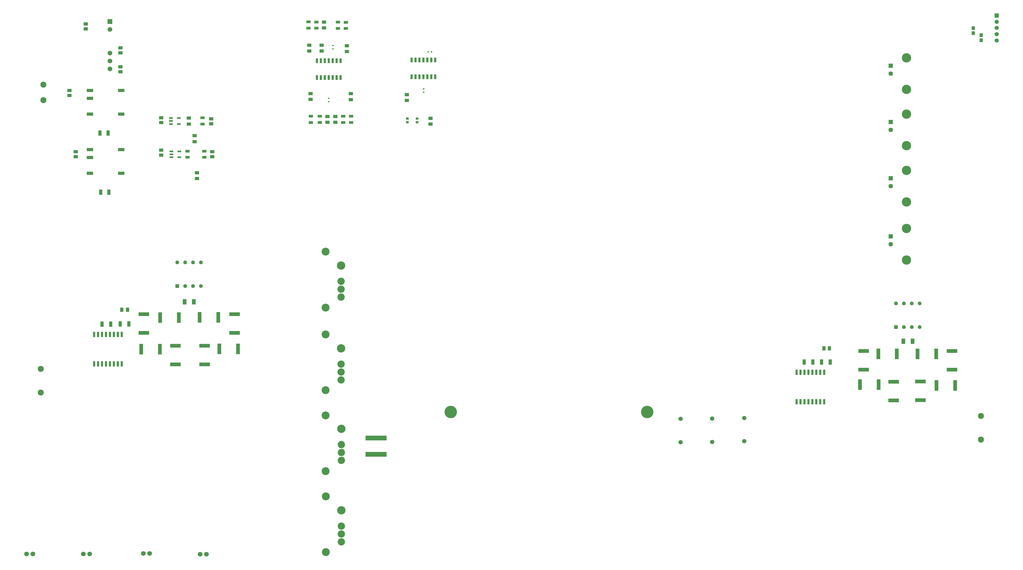
<source format=gbr>
%TF.GenerationSoftware,KiCad,Pcbnew,(6.0.10)*%
%TF.CreationDate,2023-03-07T15:46:30-03:00*%
%TF.ProjectId,PCB_Hbridge,5043425f-4862-4726-9964-67652e6b6963,rev?*%
%TF.SameCoordinates,Original*%
%TF.FileFunction,Soldermask,Top*%
%TF.FilePolarity,Negative*%
%FSLAX46Y46*%
G04 Gerber Fmt 4.6, Leading zero omitted, Abs format (unit mm)*
G04 Created by KiCad (PCBNEW (6.0.10)) date 2023-03-07 15:46:30*
%MOMM*%
%LPD*%
G01*
G04 APERTURE LIST*
%ADD10R,0.650000X1.800000*%
%ADD11R,1.150000X1.800000*%
%ADD12R,1.400000X1.000000*%
%ADD13R,1.350000X1.350000*%
%ADD14C,1.350000*%
%ADD15R,1.050000X1.150000*%
%ADD16R,1.470000X1.020000*%
%ADD17R,1.020000X1.820000*%
%ADD18R,3.350000X1.250000*%
%ADD19R,1.150000X0.600000*%
%ADD20C,1.950000*%
%ADD21R,2.100000X1.000000*%
%ADD22C,2.685000*%
%ADD23C,2.340000*%
%ADD24R,0.420000X0.620000*%
%ADD25C,1.381000*%
%ADD26R,1.450000X0.950000*%
%ADD27C,2.550000*%
%ADD28R,1.250000X3.350000*%
%ADD29R,1.117600X1.447800*%
%ADD30R,1.010000X1.820000*%
%ADD31R,1.250000X1.250000*%
%ADD32C,1.250000*%
%ADD33C,1.500000*%
%ADD34R,1.446000X1.446000*%
%ADD35C,1.446000*%
%ADD36C,3.000000*%
%ADD37R,6.800000X1.500000*%
%ADD38R,0.900000X0.650000*%
%ADD39R,0.620000X0.420000*%
%ADD40R,1.508000X1.508000*%
%ADD41C,1.508000*%
%ADD42R,0.700000X1.525000*%
%ADD43C,4.000000*%
G04 APERTURE END LIST*
D10*
%TO.C,U10*%
X56007000Y-143917000D03*
X57277000Y-143917000D03*
X58547000Y-143917000D03*
X59817000Y-143917000D03*
X61087000Y-143917000D03*
X62357000Y-143917000D03*
X63627000Y-143917000D03*
X64897000Y-143917000D03*
X64897000Y-134467000D03*
X63627000Y-134467000D03*
X62357000Y-134467000D03*
X61087000Y-134467000D03*
X59817000Y-134467000D03*
X58547000Y-134467000D03*
X57277000Y-134467000D03*
X56007000Y-134467000D03*
%TD*%
D11*
%TO.C,R20*%
X85164000Y-123952000D03*
X88064000Y-123952000D03*
%TD*%
D12*
%TO.C,R39*%
X125730000Y-58753800D03*
X125730000Y-56853800D03*
%TD*%
D13*
%TO.C,J12*%
X346583000Y-31750000D03*
D14*
X346583000Y-33750000D03*
X346583000Y-35750000D03*
X346583000Y-37750000D03*
X346583000Y-39750000D03*
%TD*%
D15*
%TO.C,D2*%
X339090000Y-35776000D03*
X339090000Y-37376000D03*
%TD*%
D16*
%TO.C,C9*%
X94034000Y-75603200D03*
X94034000Y-77203200D03*
%TD*%
D17*
%TO.C,C20*%
X284604000Y-143357600D03*
X287404000Y-143357600D03*
%TD*%
D15*
%TO.C,D1*%
X341630000Y-38062000D03*
X341630000Y-39662000D03*
%TD*%
D18*
%TO.C,R16*%
X72009000Y-133937000D03*
X72009000Y-127937000D03*
%TD*%
D16*
%TO.C,C4*%
X77591000Y-76708000D03*
X77591000Y-75108000D03*
%TD*%
%TO.C,C12*%
X53340000Y-36068000D03*
X53340000Y-34468000D03*
%TD*%
D19*
%TO.C,U7*%
X80712000Y-64775000D03*
X80712000Y-65725000D03*
X80712000Y-66675000D03*
X83312000Y-66675000D03*
X83312000Y-64775000D03*
%TD*%
D20*
%TO.C,J6*%
X39688000Y-59015000D03*
X39688000Y-54015000D03*
%TD*%
D12*
%TO.C,R30*%
X131114800Y-66135800D03*
X131114800Y-64235800D03*
%TD*%
D21*
%TO.C,U5*%
X54640000Y-55880000D03*
X54640000Y-58420000D03*
X54640000Y-63500000D03*
X64740000Y-63500000D03*
X64740000Y-55880000D03*
%TD*%
D22*
%TO.C,U4*%
X135582000Y-191040000D03*
D23*
X135582000Y-196120000D03*
X135582000Y-198660000D03*
X135582000Y-201200000D03*
%TD*%
D12*
%TO.C,R40*%
X138684000Y-58819800D03*
X138684000Y-56919800D03*
%TD*%
D18*
%TO.C,R22*%
X322072000Y-155608000D03*
X322072000Y-149608000D03*
%TD*%
D24*
%TO.C,C28*%
X163534000Y-43434000D03*
X164634000Y-43434000D03*
%TD*%
D16*
%TO.C,C3*%
X77577000Y-66233000D03*
X77577000Y-64633000D03*
%TD*%
D25*
%TO.C,C11*%
X265303000Y-168850000D03*
X265303000Y-161350000D03*
%TD*%
D22*
%TO.C,U3*%
X135558000Y-164846000D03*
D23*
X135558000Y-169926000D03*
X135558000Y-172466000D03*
X135558000Y-175006000D03*
%TD*%
D19*
%TO.C,U8*%
X80863000Y-75504000D03*
X80863000Y-76454000D03*
X80863000Y-77404000D03*
X83463000Y-77404000D03*
X83463000Y-75504000D03*
%TD*%
D18*
%TO.C,R21*%
X313436000Y-155654000D03*
X313436000Y-149654000D03*
%TD*%
D26*
%TO.C,R44*%
X124973400Y-35786200D03*
X124973400Y-33786200D03*
%TD*%
D27*
%TO.C,H4*%
X130580000Y-204580000D03*
X130580000Y-186580000D03*
%TD*%
D22*
%TO.C,U1*%
X135504000Y-112268000D03*
D23*
X135504000Y-117348000D03*
X135504000Y-119888000D03*
X135504000Y-122428000D03*
%TD*%
D12*
%TO.C,R48*%
X129286000Y-41280000D03*
X129286000Y-43180000D03*
%TD*%
D18*
%TO.C,R25*%
X303784000Y-145796000D03*
X303784000Y-139796000D03*
%TD*%
D12*
%TO.C,R4*%
X89154000Y-82362000D03*
X89154000Y-84262000D03*
%TD*%
D16*
%TO.C,C8*%
X93645200Y-65001200D03*
X93645200Y-66601200D03*
%TD*%
D28*
%TO.C,R18*%
X77264000Y-129032000D03*
X83264000Y-129032000D03*
%TD*%
D29*
%TO.C,C16*%
X64922400Y-126492000D03*
X66751200Y-126492000D03*
%TD*%
D26*
%TO.C,R5*%
X90902000Y-64699600D03*
X90902000Y-66699600D03*
%TD*%
D12*
%TO.C,R1*%
X88392000Y-70470000D03*
X88392000Y-72370000D03*
%TD*%
D30*
%TO.C,C5*%
X57862000Y-69596000D03*
X60502000Y-69596000D03*
%TD*%
D17*
%TO.C,C18*%
X290192000Y-143357600D03*
X292992000Y-143357600D03*
%TD*%
D18*
%TO.C,R12*%
X82169000Y-144097000D03*
X82169000Y-138097000D03*
%TD*%
%TO.C,R26*%
X332232000Y-145748000D03*
X332232000Y-139748000D03*
%TD*%
D31*
%TO.C,U11*%
X82804000Y-118872000D03*
D32*
X85344000Y-118872000D03*
X87884000Y-118872000D03*
X90424000Y-118872000D03*
X90424000Y-111252000D03*
X87884000Y-111252000D03*
X85344000Y-111252000D03*
X82804000Y-111252000D03*
%TD*%
D33*
%TO.C,J2*%
X54562000Y-205129000D03*
X52562000Y-205129000D03*
%TD*%
D28*
%TO.C,R24*%
X333200000Y-150876000D03*
X327200000Y-150876000D03*
%TD*%
%TO.C,R15*%
X102314000Y-139065000D03*
X96314000Y-139065000D03*
%TD*%
D12*
%TO.C,R42*%
X125278200Y-41280000D03*
X125278200Y-43180000D03*
%TD*%
D26*
%TO.C,R35*%
X138734800Y-64185800D03*
X138734800Y-66185800D03*
%TD*%
D27*
%TO.C,H3*%
X130556000Y-178492400D03*
X130556000Y-160492400D03*
%TD*%
D20*
%TO.C,J5*%
X38862000Y-145542000D03*
X38862000Y-153162000D03*
%TD*%
%TO.C,J7*%
X341503000Y-160655000D03*
X341503000Y-168275000D03*
%TD*%
D34*
%TO.C,J8*%
X312449500Y-47940000D03*
D35*
X312449500Y-50480000D03*
D36*
X317529500Y-45400000D03*
X317529500Y-55560000D03*
%TD*%
D37*
%TO.C,C21*%
X146812000Y-167834000D03*
X146812000Y-173034000D03*
%TD*%
D16*
%TO.C,C13*%
X64516000Y-43726000D03*
X64516000Y-42126000D03*
%TD*%
D34*
%TO.C,J10*%
X312449500Y-102870000D03*
D35*
X312449500Y-105410000D03*
D36*
X317529500Y-100330000D03*
X317529500Y-110490000D03*
%TD*%
D26*
%TO.C,R47*%
X137033000Y-35913800D03*
X137033000Y-33913800D03*
%TD*%
D38*
%TO.C,R37*%
X159982000Y-66107000D03*
X159982000Y-64957000D03*
%TD*%
D16*
%TO.C,C2*%
X50102000Y-75614000D03*
X50102000Y-77214000D03*
%TD*%
D39*
%TO.C,C24*%
X131568000Y-59478000D03*
X131568000Y-58378000D03*
%TD*%
D26*
%TO.C,R34*%
X136194800Y-64185800D03*
X136194800Y-66185800D03*
%TD*%
D21*
%TO.C,U6*%
X54640000Y-74930000D03*
X54640000Y-77470000D03*
X54640000Y-82550000D03*
X64740000Y-82550000D03*
X64740000Y-74930000D03*
%TD*%
D18*
%TO.C,R17*%
X101219000Y-133937000D03*
X101219000Y-127937000D03*
%TD*%
D26*
%TO.C,R33*%
X128617000Y-64185800D03*
X128617000Y-66185800D03*
%TD*%
D17*
%TO.C,C17*%
X58544000Y-131159000D03*
X61344000Y-131159000D03*
%TD*%
D25*
%TO.C,C7*%
X244833000Y-161613200D03*
X244833000Y-169113200D03*
%TD*%
D16*
%TO.C,C1*%
X48070000Y-55842000D03*
X48070000Y-57442000D03*
%TD*%
D12*
%TO.C,R43*%
X137414000Y-41468000D03*
X137414000Y-43368000D03*
%TD*%
D28*
%TO.C,R27*%
X308452000Y-140716000D03*
X314452000Y-140716000D03*
%TD*%
D40*
%TO.C,U9*%
X61045000Y-33655000D03*
D41*
X61045000Y-36195000D03*
X61045000Y-43815000D03*
X61045000Y-46355000D03*
X61045000Y-48895000D03*
%TD*%
D12*
%TO.C,R49*%
X129997200Y-33855000D03*
X129997200Y-35755000D03*
%TD*%
D22*
%TO.C,U2*%
X135504000Y-138961600D03*
D23*
X135504000Y-144041600D03*
X135504000Y-146581600D03*
X135504000Y-149121600D03*
%TD*%
D18*
%TO.C,R13*%
X91567000Y-144097000D03*
X91567000Y-138097000D03*
%TD*%
D42*
%TO.C,U15*%
X158242000Y-51429200D03*
X159512000Y-51429200D03*
X160782000Y-51429200D03*
X162052000Y-51429200D03*
X163322000Y-51429200D03*
X164592000Y-51429200D03*
X165862000Y-51429200D03*
X165862000Y-46005200D03*
X164592000Y-46005200D03*
X163322000Y-46005200D03*
X162052000Y-46005200D03*
X160782000Y-46005200D03*
X159512000Y-46005200D03*
X158242000Y-46005200D03*
%TD*%
D38*
%TO.C,R38*%
X156807000Y-66092000D03*
X156807000Y-64942000D03*
%TD*%
D28*
%TO.C,R28*%
X327104000Y-140716000D03*
X321104000Y-140716000D03*
%TD*%
D27*
%TO.C,H1*%
X130556000Y-125787400D03*
X130556000Y-107787400D03*
%TD*%
D42*
%TO.C,U14*%
X127762000Y-51734000D03*
X129032000Y-51734000D03*
X130302000Y-51734000D03*
X131572000Y-51734000D03*
X132842000Y-51734000D03*
X134112000Y-51734000D03*
X135382000Y-51734000D03*
X135382000Y-46310000D03*
X134112000Y-46310000D03*
X132842000Y-46310000D03*
X131572000Y-46310000D03*
X130302000Y-46310000D03*
X129032000Y-46310000D03*
X127762000Y-46310000D03*
%TD*%
D28*
%TO.C,R23*%
X302562000Y-150622000D03*
X308562000Y-150622000D03*
%TD*%
D26*
%TO.C,R6*%
X91494000Y-77403200D03*
X91494000Y-75403200D03*
%TD*%
D12*
%TO.C,R2*%
X86457000Y-64775000D03*
X86457000Y-66675000D03*
%TD*%
D17*
%TO.C,C15*%
X64386000Y-131064000D03*
X67186000Y-131064000D03*
%TD*%
D27*
%TO.C,H2*%
X130556000Y-152400000D03*
X130556000Y-134400000D03*
%TD*%
D12*
%TO.C,R32*%
X164338000Y-66736000D03*
X164338000Y-64836000D03*
%TD*%
D28*
%TO.C,R19*%
X95964000Y-128905000D03*
X89964000Y-128905000D03*
%TD*%
D26*
%TO.C,R3*%
X86049200Y-77403200D03*
X86049200Y-75403200D03*
%TD*%
D11*
%TO.C,R29*%
X316558000Y-136652000D03*
X319458000Y-136652000D03*
%TD*%
D29*
%TO.C,C19*%
X290931600Y-138938000D03*
X292760400Y-138938000D03*
%TD*%
D26*
%TO.C,R36*%
X125797000Y-64185800D03*
X125797000Y-66185800D03*
%TD*%
D34*
%TO.C,J11*%
X312449500Y-84140000D03*
D35*
X312449500Y-86680000D03*
D36*
X317529500Y-81600000D03*
X317529500Y-91760000D03*
%TD*%
D39*
%TO.C,C26*%
X132876000Y-42460000D03*
X132876000Y-41360000D03*
%TD*%
D34*
%TO.C,J9*%
X312449500Y-66040000D03*
D35*
X312449500Y-68580000D03*
D36*
X317529500Y-63500000D03*
X317529500Y-73660000D03*
%TD*%
D31*
%TO.C,U13*%
X314198000Y-132080000D03*
D32*
X316738000Y-132080000D03*
X319278000Y-132080000D03*
X321818000Y-132080000D03*
X321818000Y-124460000D03*
X319278000Y-124460000D03*
X316738000Y-124460000D03*
X314198000Y-124460000D03*
%TD*%
D39*
%TO.C,C22*%
X162056000Y-56430000D03*
X162056000Y-55330000D03*
%TD*%
D10*
%TO.C,U12*%
X282194000Y-156109000D03*
X283464000Y-156109000D03*
X284734000Y-156109000D03*
X286004000Y-156109000D03*
X287274000Y-156109000D03*
X288544000Y-156109000D03*
X289814000Y-156109000D03*
X291084000Y-156109000D03*
X291084000Y-146659000D03*
X289814000Y-146659000D03*
X288544000Y-146659000D03*
X287274000Y-146659000D03*
X286004000Y-146659000D03*
X284734000Y-146659000D03*
X283464000Y-146659000D03*
X282194000Y-146659000D03*
%TD*%
D26*
%TO.C,R46*%
X134493000Y-35876800D03*
X134493000Y-33876800D03*
%TD*%
D12*
%TO.C,R31*%
X133654800Y-66135800D03*
X133654800Y-64235800D03*
%TD*%
D30*
%TO.C,C6*%
X58116000Y-88646000D03*
X60756000Y-88646000D03*
%TD*%
D26*
%TO.C,R45*%
X127533400Y-35843000D03*
X127533400Y-33843000D03*
%TD*%
D28*
%TO.C,R14*%
X71168000Y-139192000D03*
X77168000Y-139192000D03*
%TD*%
D25*
%TO.C,C10*%
X254993000Y-161553200D03*
X254993000Y-169053200D03*
%TD*%
D43*
%TO.C,L1*%
X170838000Y-159385000D03*
X234038000Y-159385000D03*
%TD*%
D33*
%TO.C,J3*%
X73834000Y-204997000D03*
X71834000Y-204997000D03*
%TD*%
%TO.C,J4*%
X92138000Y-205178000D03*
X90138000Y-205178000D03*
%TD*%
D16*
%TO.C,C14*%
X64516000Y-48276000D03*
X64516000Y-49876000D03*
%TD*%
D12*
%TO.C,R41*%
X156718000Y-59116000D03*
X156718000Y-57216000D03*
%TD*%
D33*
%TO.C,J1*%
X36290000Y-205129000D03*
X34290000Y-205129000D03*
%TD*%
M02*

</source>
